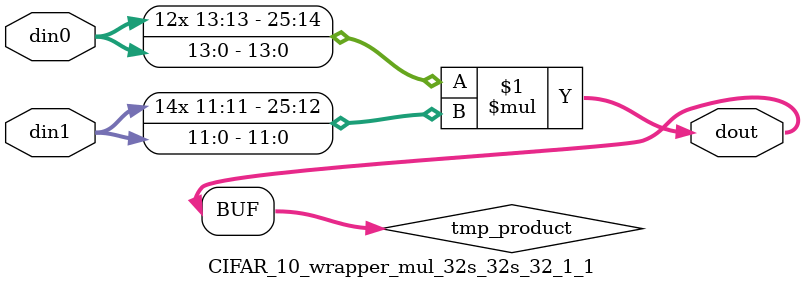
<source format=v>

`timescale 1 ns / 1 ps

  (* use_dsp = "no" *)  module CIFAR_10_wrapper_mul_32s_32s_32_1_1(din0, din1, dout);
parameter ID = 1;
parameter NUM_STAGE = 0;
parameter din0_WIDTH = 14;
parameter din1_WIDTH = 12;
parameter dout_WIDTH = 26;

input [din0_WIDTH - 1 : 0] din0; 
input [din1_WIDTH - 1 : 0] din1; 
output [dout_WIDTH - 1 : 0] dout;

wire signed [dout_WIDTH - 1 : 0] tmp_product;













assign tmp_product = $signed(din0) * $signed(din1);








assign dout = tmp_product;







endmodule

</source>
